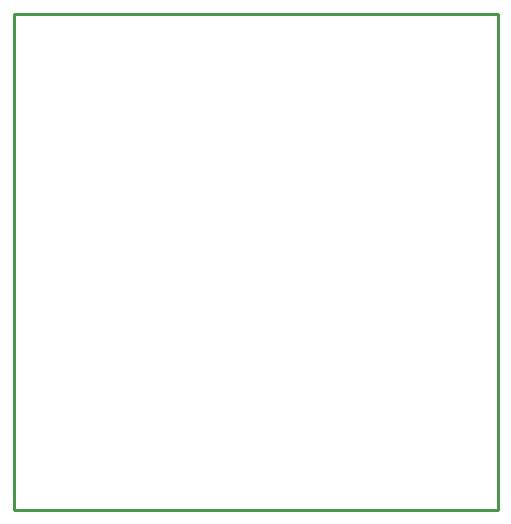
<source format=gbr>
G04 EAGLE Gerber RS-274X export*
G75*
%MOMM*%
%FSLAX34Y34*%
%LPD*%
%IN*%
%IPPOS*%
%AMOC8*
5,1,8,0,0,1.08239X$1,22.5*%
G01*
%ADD10C,0.254000*%


D10*
X0Y0D02*
X410000Y0D01*
X410000Y420000D01*
X0Y420000D01*
X0Y0D01*
M02*

</source>
